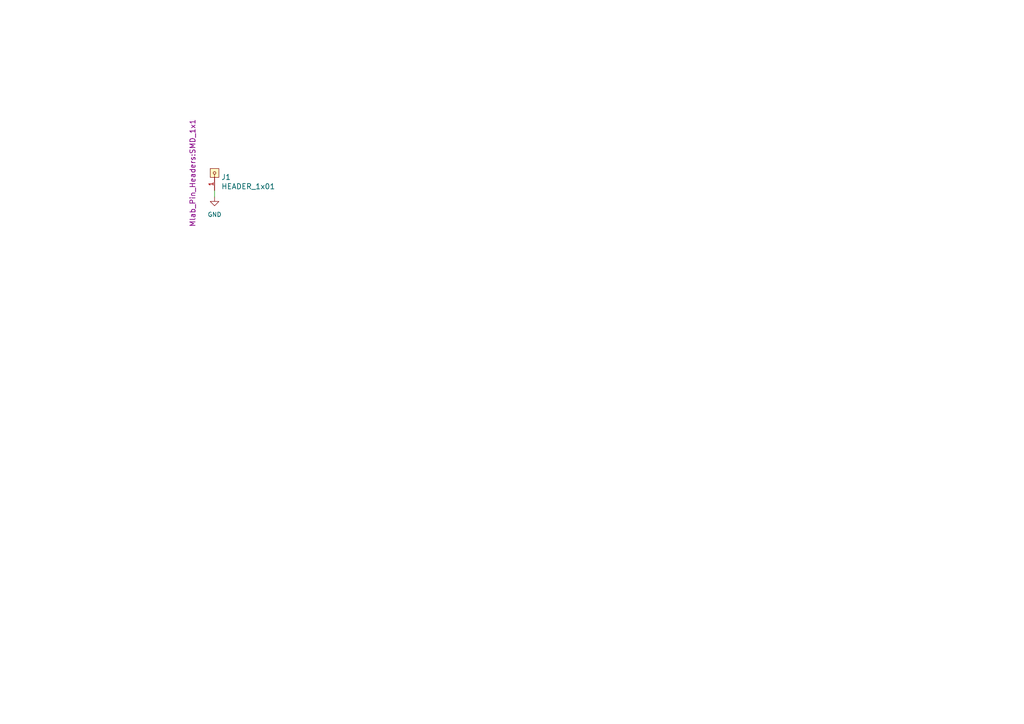
<source format=kicad_sch>
(kicad_sch (version 20211123) (generator eeschema)
  (paper "A4")
  (lib_symbols
    (symbol "MLAB_HEADER:HEADER_1x01" (pin_names (offset 1.016))
      (property "Reference" "J" (at 0 -2.54 0))
      (property "Value" "HEADER_1x01" (at 0 2.54 0))
      (symbol "HEADER_1x01_0_1"
        (rectangle (start -1.27 1.27) (end 1.27 -1.27) (fill (type background)))
        (polyline (pts (xy -1.27 0) (xy -0.381 0)))
        (circle (center 0 0) (radius 0.381))
      )
      (symbol "HEADER_1x01_1_1"
        (pin input line (at -5.08 0 0) (length 3.81) (name "~") (number "1"))
      )
    )
    (symbol "power:GND" (power) (pin_names (offset 0))
      (property "Value" "GND" (at 0 -3.81 0))
      (symbol "GND_0_1"
        (polyline (pts (xy 0 0) (xy 0 -1.27) (xy 1.27 -1.27) (xy 0 -2.54) (xy -1.27 -1.27) (xy 0 -1.27)))
      )
      (symbol "GND_1_1"
        (pin power_in line (at 0 0 270) (length 0) hide (name "GND") (number "1"))
      )
    )
  )
  (wire (pts (xy 62.23 55.245) (xy 62.23 57.15)))
  (symbol (lib_id "power:GND") (at 62.23 57.15 0) (unit 1)
    (property "Reference" "#PWR0101" (effects hide))
    (property "Value" "GND" (at 62.23 62.23 0))
  )
  (symbol (lib_id "MLAB_HEADER:HEADER_1x01") (at 62.23 50.165 90) (unit 1)
    (property "Reference" "J1" (at 64.1351 51.3729 90) (effects (font (size 1.524 1.524)) (justify right)))
    (property "Value" "HEADER_1x01" (at 64.1351 54.0805 90) (effects (font (size 1.524 1.524)) (justify right)))
    (property "Footprint" "Mlab_Pin_Headers:SMD_1x1" (at 55.88 50.165 0) (effects (font (size 1.524 1.524))))
  )
)
</source>
